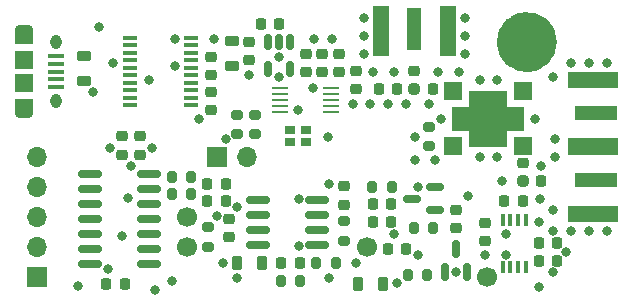
<source format=gbr>
%TF.GenerationSoftware,KiCad,Pcbnew,(6.0.1)*%
%TF.CreationDate,2022-08-24T15:42:21+02:00*%
%TF.ProjectId,DetectorReader,44657465-6374-46f7-9252-65616465722e,rev?*%
%TF.SameCoordinates,Original*%
%TF.FileFunction,Soldermask,Top*%
%TF.FilePolarity,Negative*%
%FSLAX46Y46*%
G04 Gerber Fmt 4.6, Leading zero omitted, Abs format (unit mm)*
G04 Created by KiCad (PCBNEW (6.0.1)) date 2022-08-24 15:42:21*
%MOMM*%
%LPD*%
G01*
G04 APERTURE LIST*
G04 Aperture macros list*
%AMRoundRect*
0 Rectangle with rounded corners*
0 $1 Rounding radius*
0 $2 $3 $4 $5 $6 $7 $8 $9 X,Y pos of 4 corners*
0 Add a 4 corners polygon primitive as box body*
4,1,4,$2,$3,$4,$5,$6,$7,$8,$9,$2,$3,0*
0 Add four circle primitives for the rounded corners*
1,1,$1+$1,$2,$3*
1,1,$1+$1,$4,$5*
1,1,$1+$1,$6,$7*
1,1,$1+$1,$8,$9*
0 Add four rect primitives between the rounded corners*
20,1,$1+$1,$2,$3,$4,$5,0*
20,1,$1+$1,$4,$5,$6,$7,0*
20,1,$1+$1,$6,$7,$8,$9,0*
20,1,$1+$1,$8,$9,$2,$3,0*%
%AMFreePoly0*
4,1,13,1.650000,1.015000,3.020000,1.015000,3.020000,-1.015000,1.650000,-1.015000,1.650000,-2.385000,-1.650000,-2.385000,-1.650000,-1.015000,-3.020000,-1.015000,-3.020000,1.015000,-1.650000,1.015000,-1.650000,2.385000,1.650000,2.385000,1.650000,1.015000,1.650000,1.015000,$1*%
G04 Aperture macros list end*
%ADD10C,2.562214*%
%ADD11RoundRect,0.150000X0.587500X0.150000X-0.587500X0.150000X-0.587500X-0.150000X0.587500X-0.150000X0*%
%ADD12RoundRect,0.218750X0.381250X-0.218750X0.381250X0.218750X-0.381250X0.218750X-0.381250X-0.218750X0*%
%ADD13RoundRect,0.218750X-0.218750X-0.381250X0.218750X-0.381250X0.218750X0.381250X-0.218750X0.381250X0*%
%ADD14RoundRect,0.225000X0.225000X0.250000X-0.225000X0.250000X-0.225000X-0.250000X0.225000X-0.250000X0*%
%ADD15RoundRect,0.225000X-0.225000X-0.250000X0.225000X-0.250000X0.225000X0.250000X-0.225000X0.250000X0*%
%ADD16RoundRect,0.225000X-0.250000X0.225000X-0.250000X-0.225000X0.250000X-0.225000X0.250000X0.225000X0*%
%ADD17RoundRect,0.225000X0.250000X-0.225000X0.250000X0.225000X-0.250000X0.225000X-0.250000X-0.225000X0*%
%ADD18R,0.300000X1.000000*%
%ADD19RoundRect,0.200000X-0.200000X-0.275000X0.200000X-0.275000X0.200000X0.275000X-0.200000X0.275000X0*%
%ADD20C,1.700000*%
%ADD21RoundRect,0.218750X0.218750X0.256250X-0.218750X0.256250X-0.218750X-0.256250X0.218750X-0.256250X0*%
%ADD22RoundRect,0.218750X-0.256250X0.218750X-0.256250X-0.218750X0.256250X-0.218750X0.256250X0.218750X0*%
%ADD23R,1.600000X1.600000*%
%ADD24FreePoly0,0.000000*%
%ADD25R,1.270000X3.600000*%
%ADD26R,1.350000X4.200000*%
%ADD27RoundRect,0.150000X0.825000X0.150000X-0.825000X0.150000X-0.825000X-0.150000X0.825000X-0.150000X0*%
%ADD28RoundRect,0.200000X-0.275000X0.200000X-0.275000X-0.200000X0.275000X-0.200000X0.275000X0.200000X0*%
%ADD29RoundRect,0.150000X-0.150000X0.512500X-0.150000X-0.512500X0.150000X-0.512500X0.150000X0.512500X0*%
%ADD30R,1.700000X1.700000*%
%ADD31O,1.700000X1.700000*%
%ADD32RoundRect,0.200000X0.275000X-0.200000X0.275000X0.200000X-0.275000X0.200000X-0.275000X-0.200000X0*%
%ADD33RoundRect,0.150000X0.150000X-0.587500X0.150000X0.587500X-0.150000X0.587500X-0.150000X-0.587500X0*%
%ADD34R,3.600000X1.270000*%
%ADD35R,4.200000X1.350000*%
%ADD36RoundRect,0.200000X0.200000X0.275000X-0.200000X0.275000X-0.200000X-0.275000X0.200000X-0.275000X0*%
%ADD37RoundRect,0.218750X-0.218750X-0.256250X0.218750X-0.256250X0.218750X0.256250X-0.218750X0.256250X0*%
%ADD38R,1.400000X0.280000*%
%ADD39R,0.850000X0.750000*%
%ADD40R,1.350000X0.400000*%
%ADD41O,1.550000X0.890000*%
%ADD42R,1.550000X1.200000*%
%ADD43O,0.950000X1.250000*%
%ADD44R,1.550000X1.500000*%
%ADD45RoundRect,0.218750X-0.381250X0.218750X-0.381250X-0.218750X0.381250X-0.218750X0.381250X0.218750X0*%
%ADD46R,1.200000X0.400000*%
%ADD47C,0.800000*%
%ADD48C,5.000000*%
G04 APERTURE END LIST*
D10*
X155281107Y-75000000D02*
G75*
G03*
X155281107Y-75000000I-1281107J0D01*
G01*
D11*
%TO.C,Q2*%
X146187500Y-89200000D03*
X146187500Y-87300000D03*
X144312500Y-88250000D03*
%TD*%
D12*
%TO.C,L4*%
X129000000Y-77062500D03*
X129000000Y-74937500D03*
%TD*%
D13*
%TO.C,L3*%
X141812500Y-95500000D03*
X139687500Y-95500000D03*
%TD*%
%TO.C,L2*%
X129437500Y-93750000D03*
X131562500Y-93750000D03*
%TD*%
D14*
%TO.C,C24*%
X134775000Y-93750000D03*
X133225000Y-93750000D03*
%TD*%
%TO.C,C22*%
X142525000Y-90250000D03*
X140975000Y-90250000D03*
%TD*%
D15*
%TO.C,C9*%
X131475000Y-73500000D03*
X133025000Y-73500000D03*
%TD*%
D14*
%TO.C,C7*%
X142225000Y-92500000D03*
X143775000Y-92500000D03*
%TD*%
D16*
%TO.C,C6*%
X128750000Y-89975000D03*
X128750000Y-91525000D03*
%TD*%
D17*
%TO.C,C3*%
X121250000Y-84525000D03*
X121250000Y-82975000D03*
%TD*%
%TO.C,C15*%
X153670000Y-86775000D03*
X153670000Y-85225000D03*
%TD*%
D16*
%TO.C,C12*%
X138100000Y-76025000D03*
X138100000Y-77575000D03*
%TD*%
%TO.C,C4*%
X127250000Y-76225000D03*
X127250000Y-77775000D03*
%TD*%
D14*
%TO.C,C19*%
X156555000Y-92000000D03*
X155005000Y-92000000D03*
%TD*%
D18*
%TO.C,U6*%
X153900000Y-90087500D03*
X153250000Y-90087500D03*
X152600000Y-90087500D03*
X151950000Y-90087500D03*
X151950000Y-94087500D03*
X152600000Y-94087500D03*
X153250000Y-94087500D03*
X153900000Y-94087500D03*
%TD*%
D17*
%TO.C,C13*%
X144471250Y-79000000D03*
X144471250Y-77450000D03*
%TD*%
D19*
%TO.C,R8*%
X140925000Y-87250000D03*
X142575000Y-87250000D03*
%TD*%
D20*
%TO.C,J6*%
X150640000Y-94860000D03*
%TD*%
D15*
%TO.C,C21*%
X140975000Y-88750000D03*
X142525000Y-88750000D03*
%TD*%
D21*
%TO.C,D1*%
X126962500Y-87000000D03*
X128537500Y-87000000D03*
%TD*%
D22*
%TO.C,L5*%
X139500000Y-77425000D03*
X139500000Y-79000000D03*
%TD*%
D17*
%TO.C,C2*%
X119750000Y-84525000D03*
X119750000Y-82975000D03*
%TD*%
D20*
%TO.C,J7*%
X125240000Y-92320000D03*
%TD*%
D15*
%TO.C,C1*%
X119960000Y-95460000D03*
X118410000Y-95460000D03*
%TD*%
D23*
%TO.C,U3*%
X147745000Y-79175000D03*
X153665000Y-79175000D03*
X153665000Y-83825000D03*
X147745000Y-83825000D03*
D24*
X150705000Y-81500000D03*
%TD*%
D25*
%TO.C,J4*%
X144471250Y-73900000D03*
D26*
X141646250Y-74100000D03*
X147296250Y-74100000D03*
%TD*%
D27*
%TO.C,U7*%
X136225000Y-92155000D03*
X136225000Y-90885000D03*
X136225000Y-89615000D03*
X136225000Y-88345000D03*
X131275000Y-88345000D03*
X131275000Y-89615000D03*
X131275000Y-90885000D03*
X131275000Y-92155000D03*
%TD*%
D21*
%TO.C,D2*%
X126962500Y-88500000D03*
X128537500Y-88500000D03*
%TD*%
D19*
%TO.C,R10*%
X136175000Y-93750000D03*
X137825000Y-93750000D03*
%TD*%
D16*
%TO.C,C20*%
X148000000Y-89225000D03*
X148000000Y-90775000D03*
%TD*%
D28*
%TO.C,R5*%
X129500000Y-81175000D03*
X129500000Y-82825000D03*
%TD*%
%TO.C,R12*%
X127000000Y-90675000D03*
X127000000Y-92325000D03*
%TD*%
D14*
%TO.C,C14*%
X146021250Y-79000000D03*
X144471250Y-79000000D03*
%TD*%
%TO.C,C16*%
X155220000Y-86750000D03*
X153670000Y-86750000D03*
%TD*%
D19*
%TO.C,R7*%
X144425000Y-90750000D03*
X146075000Y-90750000D03*
%TD*%
D20*
%TO.C,J9*%
X125240000Y-89780000D03*
%TD*%
D27*
%TO.C,U1*%
X117025000Y-93770000D03*
X117025000Y-92500000D03*
X117025000Y-91230000D03*
X117025000Y-89960000D03*
X117025000Y-88690000D03*
X117025000Y-87420000D03*
X117025000Y-86150000D03*
X121975000Y-86150000D03*
X121975000Y-87420000D03*
X121975000Y-88690000D03*
X121975000Y-89960000D03*
X121975000Y-91230000D03*
X121975000Y-92500000D03*
X121975000Y-93770000D03*
%TD*%
D29*
%TO.C,U4*%
X133950000Y-75000000D03*
X133000000Y-75000000D03*
X132050000Y-75000000D03*
X132050000Y-77275000D03*
X133950000Y-77275000D03*
%TD*%
D30*
%TO.C,SW1*%
X127780000Y-84700000D03*
D31*
X130320000Y-84700000D03*
%TD*%
D16*
%TO.C,C17*%
X150425000Y-90312500D03*
X150425000Y-91862500D03*
%TD*%
D32*
%TO.C,R3*%
X145750000Y-83825000D03*
X145750000Y-82175000D03*
%TD*%
D33*
%TO.C,Q1*%
X148000000Y-92562500D03*
X148950000Y-94437500D03*
X147050000Y-94437500D03*
%TD*%
D34*
%TO.C,J5*%
X159820000Y-86700000D03*
D35*
X159620000Y-89525000D03*
X159620000Y-83875000D03*
%TD*%
D36*
%TO.C,R2*%
X123925000Y-87900000D03*
X125575000Y-87900000D03*
%TD*%
D37*
%TO.C,L6*%
X141453750Y-79000000D03*
X143028750Y-79000000D03*
%TD*%
D17*
%TO.C,C8*%
X130500000Y-76525000D03*
X130500000Y-74975000D03*
%TD*%
D38*
%TO.C,U5*%
X137420000Y-80912500D03*
X137420000Y-80412500D03*
X137420000Y-79912500D03*
X137420000Y-79412500D03*
X137420000Y-78912500D03*
X133140000Y-78912500D03*
X133140000Y-79412500D03*
X133140000Y-79912500D03*
X133140000Y-80412500D03*
X133140000Y-80912500D03*
%TD*%
D19*
%TO.C,R6*%
X143925000Y-94750000D03*
X145575000Y-94750000D03*
%TD*%
D28*
%TO.C,R9*%
X138500000Y-90175000D03*
X138500000Y-91825000D03*
%TD*%
D34*
%TO.C,J3*%
X159820000Y-81000000D03*
D35*
X159620000Y-78175000D03*
X159620000Y-83825000D03*
%TD*%
D19*
%TO.C,R11*%
X133175000Y-95250000D03*
X134825000Y-95250000D03*
%TD*%
D14*
%TO.C,C18*%
X156555000Y-93500000D03*
X155005000Y-93500000D03*
%TD*%
D17*
%TO.C,C5*%
X127250000Y-80775000D03*
X127250000Y-79225000D03*
%TD*%
D16*
%TO.C,C10*%
X135300000Y-76025000D03*
X135300000Y-77575000D03*
%TD*%
D39*
%TO.C,Y1*%
X135270000Y-82412500D03*
X133920000Y-82412500D03*
X133920000Y-83462500D03*
X135270000Y-83462500D03*
%TD*%
D28*
%TO.C,R4*%
X131000000Y-81175000D03*
X131000000Y-82825000D03*
%TD*%
D20*
%TO.C,J8*%
X140480000Y-92320000D03*
%TD*%
D40*
%TO.C,J1*%
X114150000Y-76200000D03*
X114150000Y-76850000D03*
X114150000Y-77500000D03*
X114150000Y-78150000D03*
X114150000Y-78800000D03*
D41*
X111450000Y-74000000D03*
D42*
X111450000Y-80400000D03*
D43*
X114150000Y-80000000D03*
D42*
X111450000Y-74600000D03*
D44*
X111450000Y-76500000D03*
D43*
X114150000Y-75000000D03*
D41*
X111450000Y-81000000D03*
D44*
X111450000Y-78500000D03*
%TD*%
D17*
%TO.C,C23*%
X138500000Y-88775000D03*
X138500000Y-87225000D03*
%TD*%
%TO.C,C11*%
X136700000Y-76025000D03*
X136700000Y-77575000D03*
%TD*%
D31*
%TO.C,J2*%
X112540000Y-84700000D03*
X112540000Y-87240000D03*
X112540000Y-89780000D03*
X112540000Y-92320000D03*
D30*
X112540000Y-94860000D03*
%TD*%
D37*
%TO.C,L7*%
X153670000Y-88500000D03*
X152095000Y-88500000D03*
%TD*%
D45*
%TO.C,L1*%
X116500000Y-76187500D03*
X116500000Y-78312500D03*
%TD*%
D36*
%TO.C,R1*%
X123925000Y-86400000D03*
X125575000Y-86400000D03*
%TD*%
D46*
%TO.C,U2*%
X120400000Y-74642500D03*
X120400000Y-75277500D03*
X120400000Y-75912500D03*
X120400000Y-76547500D03*
X120400000Y-77182500D03*
X120400000Y-77817500D03*
X120400000Y-78452500D03*
X120400000Y-79087500D03*
X120400000Y-79722500D03*
X120400000Y-80357500D03*
X125600000Y-80357500D03*
X125600000Y-79722500D03*
X125600000Y-79087500D03*
X125600000Y-78452500D03*
X125600000Y-77817500D03*
X125600000Y-77182500D03*
X125600000Y-76547500D03*
X125600000Y-75912500D03*
X125600000Y-75277500D03*
X125600000Y-74642500D03*
%TD*%
D47*
X137250000Y-87000000D03*
X149000000Y-88000000D03*
X155000000Y-95750000D03*
X147995119Y-94488413D03*
X127750000Y-89750000D03*
X122500000Y-96000000D03*
X129500000Y-95000000D03*
X129500000Y-89000000D03*
X137250000Y-95000000D03*
X144750000Y-93000000D03*
X142750000Y-91250000D03*
X144750000Y-87250000D03*
X124000000Y-95250000D03*
X128250000Y-93750000D03*
X139500000Y-93750000D03*
X143000000Y-95400500D03*
X130500000Y-77750000D03*
X146250000Y-85000000D03*
X144500000Y-85000000D03*
X157280000Y-92750000D03*
X156250000Y-94500000D03*
X152280000Y-93000000D03*
X155030000Y-90250000D03*
X120500000Y-85500000D03*
X122250000Y-84000000D03*
X133000000Y-78000000D03*
X139250000Y-80250000D03*
X137500000Y-74750000D03*
X136000000Y-74750000D03*
X133000000Y-76250000D03*
X156250000Y-91000000D03*
X146491250Y-77500000D03*
X157750000Y-76750000D03*
X120250000Y-88210000D03*
X151500000Y-80000000D03*
X155170000Y-85500000D03*
X156420000Y-83250000D03*
X143750000Y-80250000D03*
X116000000Y-95670000D03*
X118500000Y-94210000D03*
X137170000Y-83000000D03*
X150000000Y-83000000D03*
X118750000Y-84000000D03*
X119750000Y-91420000D03*
X151920000Y-86750000D03*
X150000000Y-81500000D03*
X150000000Y-84750000D03*
X142741250Y-77500000D03*
X128500000Y-83250000D03*
X151500000Y-81500000D03*
X150000000Y-80000000D03*
X155145000Y-88250000D03*
X151500000Y-78250000D03*
X148241250Y-77500000D03*
X154730000Y-81500000D03*
X117750000Y-73750000D03*
X151500000Y-83000000D03*
X156420000Y-84750000D03*
X150425000Y-93000000D03*
X148750000Y-73000000D03*
X160750000Y-91000000D03*
X140991250Y-77500000D03*
X159250000Y-91000000D03*
X150000000Y-78250000D03*
X140750000Y-80250000D03*
X134750000Y-88250000D03*
X140250000Y-76000000D03*
X148750000Y-76000000D03*
X146730000Y-81500000D03*
X126250000Y-81500000D03*
X134750000Y-92250000D03*
X160750000Y-76750000D03*
X122000000Y-78250000D03*
X135920000Y-78912500D03*
X151500000Y-84750000D03*
X140250000Y-74500000D03*
X156250000Y-89250000D03*
X144500000Y-83000000D03*
X157750000Y-91000000D03*
X142250000Y-80250000D03*
X124250000Y-77000000D03*
X140250000Y-73000000D03*
D48*
X154000000Y-75000000D03*
D47*
X134641269Y-80756889D03*
X156250000Y-78000000D03*
X152280000Y-91250000D03*
X159250000Y-76750000D03*
X145705000Y-80250000D03*
X127500000Y-74750000D03*
X148750000Y-74500000D03*
X153000000Y-81500000D03*
X148500000Y-81500000D03*
X117250000Y-79250000D03*
X119000000Y-76750000D03*
X124250000Y-74749018D03*
M02*

</source>
